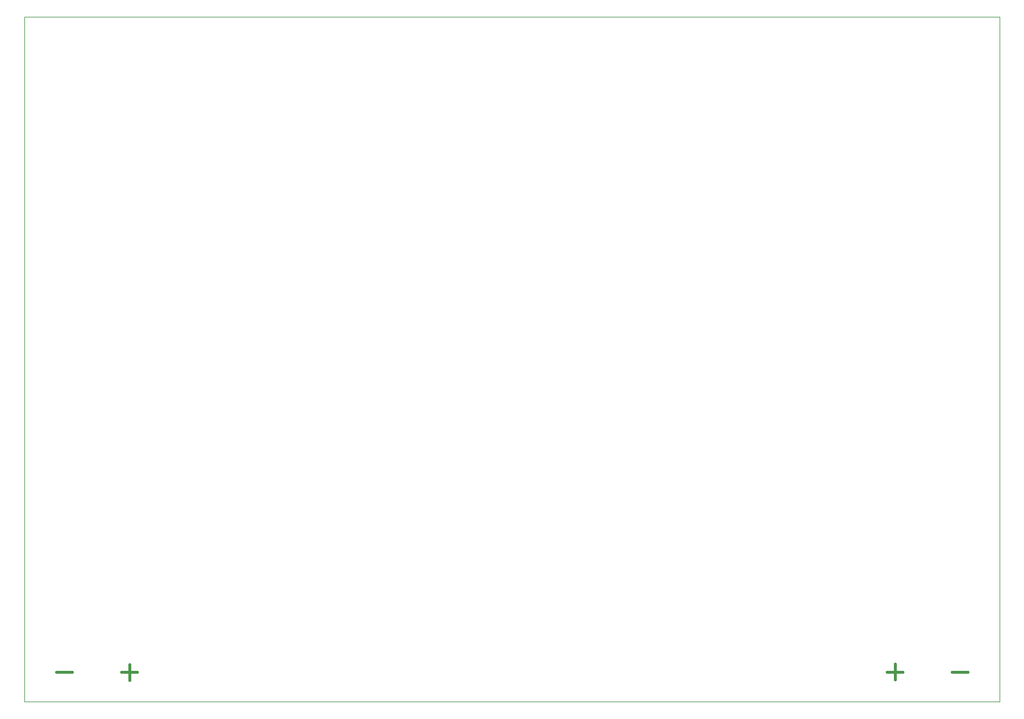
<source format=gbr>
G04 #@! TF.GenerationSoftware,KiCad,Pcbnew,(6.0.5)*
G04 #@! TF.CreationDate,2022-06-02T00:39:45-04:00*
G04 #@! TF.ProjectId,PB_16,50425f31-362e-46b6-9963-61645f706362,v2.1*
G04 #@! TF.SameCoordinates,Original*
G04 #@! TF.FileFunction,Legend,Bot*
G04 #@! TF.FilePolarity,Positive*
%FSLAX46Y46*%
G04 Gerber Fmt 4.6, Leading zero omitted, Abs format (unit mm)*
G04 Created by KiCad (PCBNEW (6.0.5)) date 2022-06-02 00:39:45*
%MOMM*%
%LPD*%
G01*
G04 APERTURE LIST*
G04 #@! TA.AperFunction,Profile*
%ADD10C,0.050000*%
G04 #@! TD*
%ADD11C,0.400000*%
G04 APERTURE END LIST*
D10*
X214228800Y-152889360D02*
X214228800Y-52996240D01*
X72128800Y-52996240D02*
X72128800Y-152889360D01*
X214228800Y-52996240D02*
X72128800Y-52996240D01*
X214228800Y-152889360D02*
X72128800Y-152889360D01*
D11*
X207285942Y-148516885D02*
X209571657Y-148516885D01*
X200121657Y-148516885D02*
X197835942Y-148516885D01*
X198978800Y-149659742D02*
X198978800Y-147374028D01*
X76735942Y-148516885D02*
X79021657Y-148516885D01*
X88571657Y-148566885D02*
X86285942Y-148566885D01*
X87428800Y-149709742D02*
X87428800Y-147424028D01*
M02*

</source>
